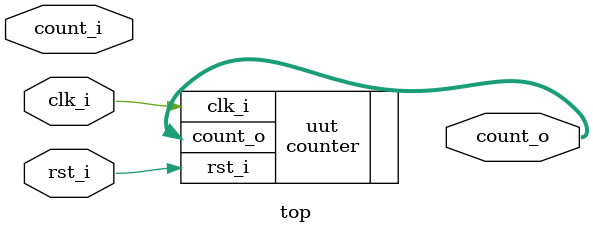
<source format=v>

module top(
    clk_i,
    rst_i,
    count_o,
    count_i
);

    input clk_i;
    input rst_i;
    output [127:0] count_o;
    input  [127:0] count_i;
   
    // 4-bit counter
    counter uut(
        .clk_i(clk_i),
        .rst_i(rst_i),
        .count_o(count_o)
    );
   
endmodule

</source>
